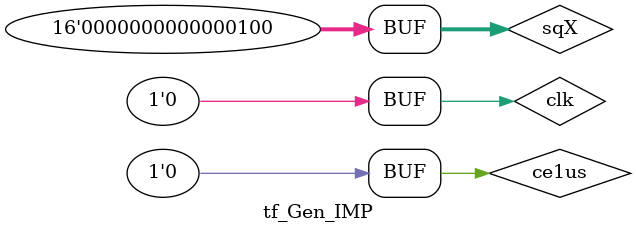
<source format=v>
`timescale 1ns / 1ps




module tf_Gen_IMP;

	// Inputs
	reg [15:0] sqX;
	reg clk;
	reg ce1us;

	// Outputs
	wire imp;

	// Instantiate the Unit Under Test (UUT)
	Gen_IMP uut (
		.sqX(sqX), 
		.clk(clk), 
		.imp(imp), 
		.ce1us(ce1us)
	);

	parameter Tclk = 20;
	always begin #(Tclk/2); clk = 1; #(Tclk/2); clk = 0; end;
	parameter T1us = 1000;
	always begin #(T1us-20); ce1us = 1; #(20); ce1us = 0; end;

	initial begin
		// Initialize Inputs
		sqX = 0;
		clk = 0;
		ce1us = 0;

		// Wait 100 ns for global reset to finish
		#100;
		sqX = 1;
		#3000;
		sqX = 2;
		#3000;
		sqX = 4;
        
		// Add stimulus here

	end
      
endmodule


</source>
